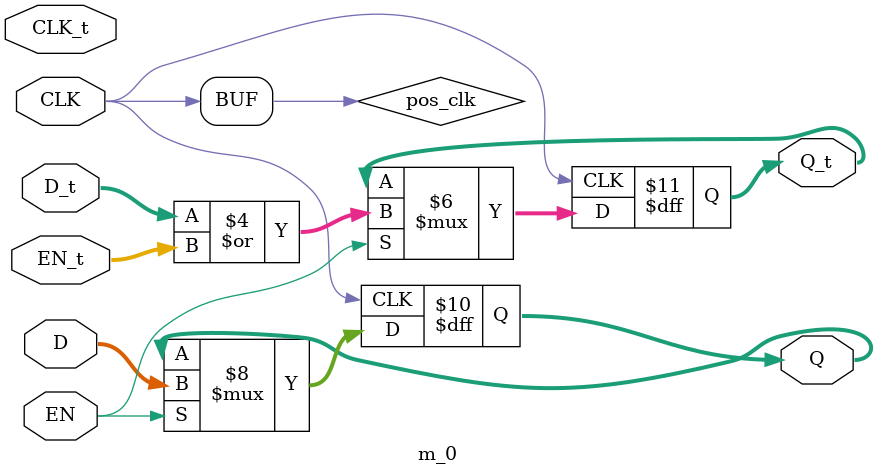
<source format=v>
module m_0 (CLK, CLK_t, D, D_t, EN, EN_t, Q, Q_t);

parameter WIDTH = 2;
parameter CLK_POLARITY = 1'b1;
parameter EN_POLARITY = 1'b1;

input CLK, EN;
input [WIDTH-1:0] D;
input [31:0] D_t;
input [31:0] CLK_t;
input [31:0] EN_t;
output reg [WIDTH-1:0] Q;
output reg [31:0] Q_t;
wire pos_clk = CLK == CLK_POLARITY;

initial begin
    Q_t = 0;
end

always @(posedge pos_clk) begin
	if (EN == EN_POLARITY) begin
	 Q <= D;
	 Q_t <= D_t | EN_t;
	 end
end

endmodule


</source>
